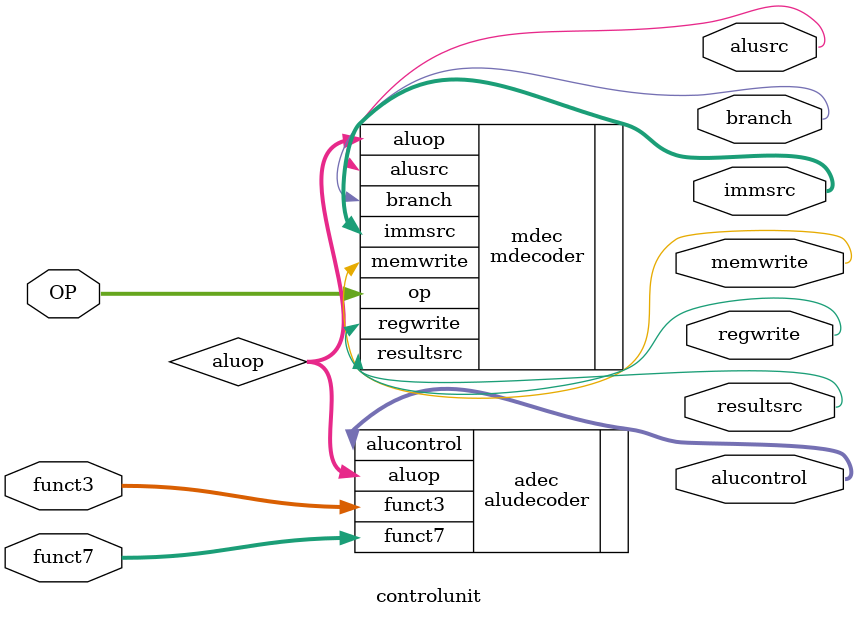
<source format=v>
`timescale 1ns / 1ps
module controlunit (
    input  [6:0] OP, 
    input  [6:0] funct7,
    input  [2:0] funct3,
    output       alusrc, memwrite, resultsrc, branch, regwrite,
    output [1:0] immsrc,
    output [2:0] alucontrol
);

    wire [1:0] aluop;

    // Main decoder
    mdecoder mdec (
        .op(OP),
        .regwrite(regwrite),
        .immsrc(immsrc),
        .alusrc(alusrc),
        .aluop(aluop),
        .memwrite(memwrite),
        .resultsrc(resultsrc),
        .branch(branch)
    );

    // ALU decoder
    aludecoder adec (
        .aluop(aluop),
        .funct3(funct3),
        .funct7(funct7),
        .alucontrol(alucontrol)
    );

endmodule

</source>
